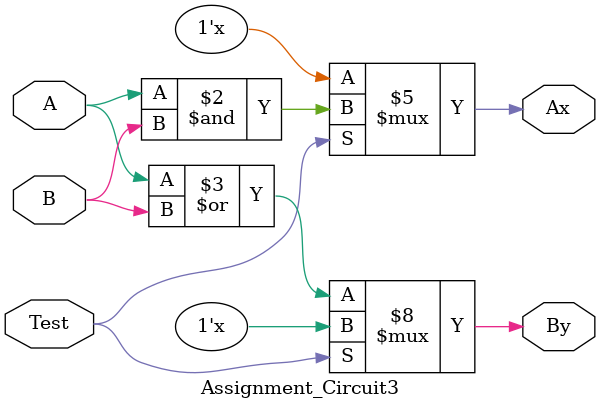
<source format=v>
module Assignment_Circuit3(
input				A, B, Test,
output	reg	Ax, By);

always @(*)
begin
	if (Test)
		Ax = A & B;
	else
		By = A | B;
end
endmodule 
</source>
